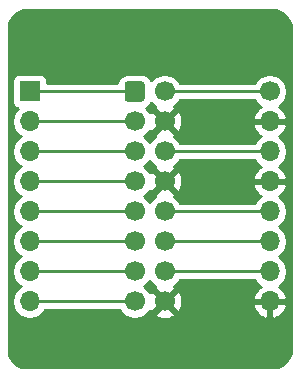
<source format=gbr>
%TF.GenerationSoftware,KiCad,Pcbnew,5.1.10*%
%TF.CreationDate,2021-11-17T23:41:25-05:00*%
%TF.ProjectId,RGB-Breakout,5247422d-4272-4656-916b-6f75742e6b69,rev?*%
%TF.SameCoordinates,Original*%
%TF.FileFunction,Copper,L1,Top*%
%TF.FilePolarity,Positive*%
%FSLAX46Y46*%
G04 Gerber Fmt 4.6, Leading zero omitted, Abs format (unit mm)*
G04 Created by KiCad (PCBNEW 5.1.10) date 2021-11-17 23:41:25*
%MOMM*%
%LPD*%
G01*
G04 APERTURE LIST*
%TA.AperFunction,ComponentPad*%
%ADD10C,1.700000*%
%TD*%
%TA.AperFunction,ComponentPad*%
%ADD11R,1.700000X1.700000*%
%TD*%
%TA.AperFunction,ComponentPad*%
%ADD12O,1.700000X1.700000*%
%TD*%
%TA.AperFunction,Conductor*%
%ADD13C,0.250000*%
%TD*%
%TA.AperFunction,Conductor*%
%ADD14C,0.254000*%
%TD*%
%TA.AperFunction,Conductor*%
%ADD15C,0.100000*%
%TD*%
G04 APERTURE END LIST*
%TO.P,J1,1*%
%TO.N,Net-(J1-Pad1)*%
%TA.AperFunction,ComponentPad*%
G36*
G01*
X129960000Y-90770000D02*
X129960000Y-89570000D01*
G75*
G02*
X130210000Y-89320000I250000J0D01*
G01*
X131410000Y-89320000D01*
G75*
G02*
X131660000Y-89570000I0J-250000D01*
G01*
X131660000Y-90770000D01*
G75*
G02*
X131410000Y-91020000I-250000J0D01*
G01*
X130210000Y-91020000D01*
G75*
G02*
X129960000Y-90770000I0J250000D01*
G01*
G37*
%TD.AperFunction*%
D10*
%TO.P,J1,3*%
%TO.N,Net-(J1-Pad3)*%
X130810000Y-92710000D03*
%TO.P,J1,5*%
%TO.N,Net-(J1-Pad5)*%
X130810000Y-95250000D03*
%TO.P,J1,7*%
%TO.N,Net-(J1-Pad7)*%
X130810000Y-97790000D03*
%TO.P,J1,9*%
%TO.N,Net-(J1-Pad9)*%
X130810000Y-100330000D03*
%TO.P,J1,11*%
%TO.N,Net-(J1-Pad11)*%
X130810000Y-102870000D03*
%TO.P,J1,13*%
%TO.N,Net-(J1-Pad13)*%
X130810000Y-105410000D03*
%TO.P,J1,15*%
%TO.N,Net-(J1-Pad15)*%
X130810000Y-107950000D03*
%TO.P,J1,2*%
%TO.N,Net-(J1-Pad2)*%
X133350000Y-90170000D03*
%TO.P,J1,4*%
%TO.N,GND*%
X133350000Y-92710000D03*
%TO.P,J1,6*%
%TO.N,Net-(J1-Pad6)*%
X133350000Y-95250000D03*
%TO.P,J1,8*%
%TO.N,GND*%
X133350000Y-97790000D03*
%TO.P,J1,10*%
%TO.N,Net-(J1-Pad10)*%
X133350000Y-100330000D03*
%TO.P,J1,12*%
%TO.N,Net-(J1-Pad12)*%
X133350000Y-102870000D03*
%TO.P,J1,14*%
%TO.N,Net-(J1-Pad14)*%
X133350000Y-105410000D03*
%TO.P,J1,16*%
%TO.N,GND*%
X133350000Y-107950000D03*
%TD*%
D11*
%TO.P,J2,1*%
%TO.N,Net-(J1-Pad1)*%
X121920000Y-90170000D03*
D12*
%TO.P,J2,2*%
%TO.N,Net-(J1-Pad3)*%
X121920000Y-92710000D03*
%TO.P,J2,3*%
%TO.N,Net-(J1-Pad5)*%
X121920000Y-95250000D03*
%TO.P,J2,4*%
%TO.N,Net-(J1-Pad7)*%
X121920000Y-97790000D03*
%TO.P,J2,5*%
%TO.N,Net-(J1-Pad9)*%
X121920000Y-100330000D03*
%TO.P,J2,6*%
%TO.N,Net-(J1-Pad11)*%
X121920000Y-102870000D03*
%TO.P,J2,7*%
%TO.N,Net-(J1-Pad13)*%
X121920000Y-105410000D03*
%TO.P,J2,8*%
%TO.N,Net-(J1-Pad15)*%
X121920000Y-107950000D03*
%TD*%
D10*
%TO.P,J3,1*%
%TO.N,Net-(J1-Pad2)*%
X142240000Y-90170000D03*
D12*
%TO.P,J3,2*%
%TO.N,GND*%
X142240000Y-92710000D03*
%TO.P,J3,3*%
%TO.N,Net-(J1-Pad6)*%
X142240000Y-95250000D03*
%TO.P,J3,4*%
%TO.N,GND*%
X142240000Y-97790000D03*
%TO.P,J3,5*%
%TO.N,Net-(J1-Pad10)*%
X142240000Y-100330000D03*
%TO.P,J3,6*%
%TO.N,Net-(J1-Pad12)*%
X142240000Y-102870000D03*
%TO.P,J3,7*%
%TO.N,Net-(J1-Pad14)*%
X142240000Y-105410000D03*
%TO.P,J3,8*%
%TO.N,GND*%
X142240000Y-107950000D03*
%TD*%
D13*
%TO.N,Net-(J1-Pad1)*%
X130810000Y-90170000D02*
X122555000Y-90170000D01*
%TO.N,Net-(J1-Pad3)*%
X122555000Y-92710000D02*
X130810000Y-92710000D01*
%TO.N,Net-(J1-Pad5)*%
X122555000Y-95250000D02*
X130810000Y-95250000D01*
%TO.N,Net-(J1-Pad7)*%
X122555000Y-97790000D02*
X130810000Y-97790000D01*
%TO.N,Net-(J1-Pad9)*%
X122555000Y-100330000D02*
X130810000Y-100330000D01*
%TO.N,Net-(J1-Pad11)*%
X122555000Y-102870000D02*
X130810000Y-102870000D01*
%TO.N,Net-(J1-Pad13)*%
X122555000Y-105410000D02*
X130810000Y-105410000D01*
%TO.N,Net-(J1-Pad15)*%
X122555000Y-107950000D02*
X130810000Y-107950000D01*
%TO.N,Net-(J1-Pad2)*%
X133350000Y-90170000D02*
X142875000Y-90170000D01*
%TO.N,Net-(J1-Pad6)*%
X133350000Y-95250000D02*
X142875000Y-95250000D01*
%TO.N,Net-(J1-Pad10)*%
X133350000Y-100330000D02*
X142875000Y-100330000D01*
%TO.N,Net-(J1-Pad12)*%
X133350000Y-102870000D02*
X142875000Y-102870000D01*
%TO.N,Net-(J1-Pad14)*%
X133350000Y-105410000D02*
X141605000Y-105410000D01*
X141605000Y-105410000D02*
X142875000Y-105410000D01*
%TD*%
D14*
%TO.N,GND*%
X142955208Y-83354780D02*
X143278625Y-83526744D01*
X143562484Y-83758254D01*
X143795965Y-84040486D01*
X143970183Y-84362695D01*
X144018000Y-84517165D01*
X144018000Y-112333512D01*
X143975220Y-112475206D01*
X143803257Y-112798623D01*
X143571748Y-113082482D01*
X143289514Y-113315965D01*
X142967304Y-113490184D01*
X142812835Y-113538000D01*
X121346488Y-113538000D01*
X121204794Y-113495220D01*
X120881377Y-113323257D01*
X120597518Y-113091748D01*
X120364035Y-112809514D01*
X120189816Y-112487304D01*
X120142000Y-112332835D01*
X120142000Y-89320000D01*
X120431928Y-89320000D01*
X120431928Y-91020000D01*
X120444188Y-91144482D01*
X120480498Y-91264180D01*
X120539463Y-91374494D01*
X120618815Y-91471185D01*
X120715506Y-91550537D01*
X120825820Y-91609502D01*
X120898380Y-91631513D01*
X120766525Y-91763368D01*
X120604010Y-92006589D01*
X120492068Y-92276842D01*
X120435000Y-92563740D01*
X120435000Y-92856260D01*
X120492068Y-93143158D01*
X120604010Y-93413411D01*
X120766525Y-93656632D01*
X120973368Y-93863475D01*
X121147760Y-93980000D01*
X120973368Y-94096525D01*
X120766525Y-94303368D01*
X120604010Y-94546589D01*
X120492068Y-94816842D01*
X120435000Y-95103740D01*
X120435000Y-95396260D01*
X120492068Y-95683158D01*
X120604010Y-95953411D01*
X120766525Y-96196632D01*
X120973368Y-96403475D01*
X121147760Y-96520000D01*
X120973368Y-96636525D01*
X120766525Y-96843368D01*
X120604010Y-97086589D01*
X120492068Y-97356842D01*
X120435000Y-97643740D01*
X120435000Y-97936260D01*
X120492068Y-98223158D01*
X120604010Y-98493411D01*
X120766525Y-98736632D01*
X120973368Y-98943475D01*
X121147760Y-99060000D01*
X120973368Y-99176525D01*
X120766525Y-99383368D01*
X120604010Y-99626589D01*
X120492068Y-99896842D01*
X120435000Y-100183740D01*
X120435000Y-100476260D01*
X120492068Y-100763158D01*
X120604010Y-101033411D01*
X120766525Y-101276632D01*
X120973368Y-101483475D01*
X121147760Y-101600000D01*
X120973368Y-101716525D01*
X120766525Y-101923368D01*
X120604010Y-102166589D01*
X120492068Y-102436842D01*
X120435000Y-102723740D01*
X120435000Y-103016260D01*
X120492068Y-103303158D01*
X120604010Y-103573411D01*
X120766525Y-103816632D01*
X120973368Y-104023475D01*
X121147760Y-104140000D01*
X120973368Y-104256525D01*
X120766525Y-104463368D01*
X120604010Y-104706589D01*
X120492068Y-104976842D01*
X120435000Y-105263740D01*
X120435000Y-105556260D01*
X120492068Y-105843158D01*
X120604010Y-106113411D01*
X120766525Y-106356632D01*
X120973368Y-106563475D01*
X121147760Y-106680000D01*
X120973368Y-106796525D01*
X120766525Y-107003368D01*
X120604010Y-107246589D01*
X120492068Y-107516842D01*
X120435000Y-107803740D01*
X120435000Y-108096260D01*
X120492068Y-108383158D01*
X120604010Y-108653411D01*
X120766525Y-108896632D01*
X120973368Y-109103475D01*
X121216589Y-109265990D01*
X121486842Y-109377932D01*
X121773740Y-109435000D01*
X122066260Y-109435000D01*
X122353158Y-109377932D01*
X122623411Y-109265990D01*
X122866632Y-109103475D01*
X123073475Y-108896632D01*
X123198178Y-108710000D01*
X129531822Y-108710000D01*
X129656525Y-108896632D01*
X129863368Y-109103475D01*
X130106589Y-109265990D01*
X130376842Y-109377932D01*
X130663740Y-109435000D01*
X130956260Y-109435000D01*
X131243158Y-109377932D01*
X131513411Y-109265990D01*
X131756632Y-109103475D01*
X131881710Y-108978397D01*
X132501208Y-108978397D01*
X132578843Y-109227472D01*
X132842883Y-109353371D01*
X133126411Y-109425339D01*
X133418531Y-109440611D01*
X133708019Y-109398599D01*
X133983747Y-109300919D01*
X134121157Y-109227472D01*
X134198792Y-108978397D01*
X133350000Y-108129605D01*
X132501208Y-108978397D01*
X131881710Y-108978397D01*
X131963475Y-108896632D01*
X132079311Y-108723271D01*
X132321603Y-108798792D01*
X133170395Y-107950000D01*
X133529605Y-107950000D01*
X134378397Y-108798792D01*
X134627472Y-108721157D01*
X134753371Y-108457117D01*
X134791503Y-108306890D01*
X140798524Y-108306890D01*
X140843175Y-108454099D01*
X140968359Y-108716920D01*
X141142412Y-108950269D01*
X141358645Y-109145178D01*
X141608748Y-109294157D01*
X141883109Y-109391481D01*
X142113000Y-109270814D01*
X142113000Y-108077000D01*
X142367000Y-108077000D01*
X142367000Y-109270814D01*
X142596891Y-109391481D01*
X142871252Y-109294157D01*
X143121355Y-109145178D01*
X143337588Y-108950269D01*
X143511641Y-108716920D01*
X143636825Y-108454099D01*
X143681476Y-108306890D01*
X143560155Y-108077000D01*
X142367000Y-108077000D01*
X142113000Y-108077000D01*
X140919845Y-108077000D01*
X140798524Y-108306890D01*
X134791503Y-108306890D01*
X134825339Y-108173589D01*
X134840611Y-107881469D01*
X134798599Y-107591981D01*
X134700919Y-107316253D01*
X134627472Y-107178843D01*
X134378397Y-107101208D01*
X133529605Y-107950000D01*
X133170395Y-107950000D01*
X132321603Y-107101208D01*
X132079311Y-107176729D01*
X131963475Y-107003368D01*
X131756632Y-106796525D01*
X131582240Y-106680000D01*
X131756632Y-106563475D01*
X131963475Y-106356632D01*
X132080000Y-106182240D01*
X132196525Y-106356632D01*
X132403368Y-106563475D01*
X132576729Y-106679311D01*
X132501208Y-106921603D01*
X133350000Y-107770395D01*
X134198792Y-106921603D01*
X134123271Y-106679311D01*
X134296632Y-106563475D01*
X134503475Y-106356632D01*
X134628178Y-106170000D01*
X140961822Y-106170000D01*
X141086525Y-106356632D01*
X141293368Y-106563475D01*
X141475534Y-106685195D01*
X141358645Y-106754822D01*
X141142412Y-106949731D01*
X140968359Y-107183080D01*
X140843175Y-107445901D01*
X140798524Y-107593110D01*
X140919845Y-107823000D01*
X142113000Y-107823000D01*
X142113000Y-107803000D01*
X142367000Y-107803000D01*
X142367000Y-107823000D01*
X143560155Y-107823000D01*
X143681476Y-107593110D01*
X143636825Y-107445901D01*
X143511641Y-107183080D01*
X143337588Y-106949731D01*
X143121355Y-106754822D01*
X143004466Y-106685195D01*
X143186632Y-106563475D01*
X143393475Y-106356632D01*
X143555990Y-106113411D01*
X143667932Y-105843158D01*
X143725000Y-105556260D01*
X143725000Y-105263740D01*
X143667932Y-104976842D01*
X143555990Y-104706589D01*
X143393475Y-104463368D01*
X143186632Y-104256525D01*
X143012240Y-104140000D01*
X143186632Y-104023475D01*
X143393475Y-103816632D01*
X143555990Y-103573411D01*
X143667932Y-103303158D01*
X143725000Y-103016260D01*
X143725000Y-102723740D01*
X143667932Y-102436842D01*
X143555990Y-102166589D01*
X143393475Y-101923368D01*
X143186632Y-101716525D01*
X143012240Y-101600000D01*
X143186632Y-101483475D01*
X143393475Y-101276632D01*
X143555990Y-101033411D01*
X143667932Y-100763158D01*
X143725000Y-100476260D01*
X143725000Y-100183740D01*
X143667932Y-99896842D01*
X143555990Y-99626589D01*
X143393475Y-99383368D01*
X143186632Y-99176525D01*
X143004466Y-99054805D01*
X143121355Y-98985178D01*
X143337588Y-98790269D01*
X143511641Y-98556920D01*
X143636825Y-98294099D01*
X143681476Y-98146890D01*
X143560155Y-97917000D01*
X142367000Y-97917000D01*
X142367000Y-97937000D01*
X142113000Y-97937000D01*
X142113000Y-97917000D01*
X140919845Y-97917000D01*
X140798524Y-98146890D01*
X140843175Y-98294099D01*
X140968359Y-98556920D01*
X141142412Y-98790269D01*
X141358645Y-98985178D01*
X141475534Y-99054805D01*
X141293368Y-99176525D01*
X141086525Y-99383368D01*
X140961822Y-99570000D01*
X134628178Y-99570000D01*
X134503475Y-99383368D01*
X134296632Y-99176525D01*
X134123271Y-99060689D01*
X134198792Y-98818397D01*
X133350000Y-97969605D01*
X132501208Y-98818397D01*
X132576729Y-99060689D01*
X132403368Y-99176525D01*
X132196525Y-99383368D01*
X132080000Y-99557760D01*
X131963475Y-99383368D01*
X131756632Y-99176525D01*
X131582240Y-99060000D01*
X131756632Y-98943475D01*
X131963475Y-98736632D01*
X132079311Y-98563271D01*
X132321603Y-98638792D01*
X133170395Y-97790000D01*
X133529605Y-97790000D01*
X134378397Y-98638792D01*
X134627472Y-98561157D01*
X134753371Y-98297117D01*
X134825339Y-98013589D01*
X134840611Y-97721469D01*
X134798599Y-97431981D01*
X134700919Y-97156253D01*
X134627472Y-97018843D01*
X134378397Y-96941208D01*
X133529605Y-97790000D01*
X133170395Y-97790000D01*
X132321603Y-96941208D01*
X132079311Y-97016729D01*
X131963475Y-96843368D01*
X131756632Y-96636525D01*
X131582240Y-96520000D01*
X131756632Y-96403475D01*
X131963475Y-96196632D01*
X132080000Y-96022240D01*
X132196525Y-96196632D01*
X132403368Y-96403475D01*
X132576729Y-96519311D01*
X132501208Y-96761603D01*
X133350000Y-97610395D01*
X134198792Y-96761603D01*
X134123271Y-96519311D01*
X134296632Y-96403475D01*
X134503475Y-96196632D01*
X134628178Y-96010000D01*
X140961822Y-96010000D01*
X141086525Y-96196632D01*
X141293368Y-96403475D01*
X141475534Y-96525195D01*
X141358645Y-96594822D01*
X141142412Y-96789731D01*
X140968359Y-97023080D01*
X140843175Y-97285901D01*
X140798524Y-97433110D01*
X140919845Y-97663000D01*
X142113000Y-97663000D01*
X142113000Y-97643000D01*
X142367000Y-97643000D01*
X142367000Y-97663000D01*
X143560155Y-97663000D01*
X143681476Y-97433110D01*
X143636825Y-97285901D01*
X143511641Y-97023080D01*
X143337588Y-96789731D01*
X143121355Y-96594822D01*
X143004466Y-96525195D01*
X143186632Y-96403475D01*
X143393475Y-96196632D01*
X143555990Y-95953411D01*
X143667932Y-95683158D01*
X143725000Y-95396260D01*
X143725000Y-95103740D01*
X143667932Y-94816842D01*
X143555990Y-94546589D01*
X143393475Y-94303368D01*
X143186632Y-94096525D01*
X143004466Y-93974805D01*
X143121355Y-93905178D01*
X143337588Y-93710269D01*
X143511641Y-93476920D01*
X143636825Y-93214099D01*
X143681476Y-93066890D01*
X143560155Y-92837000D01*
X142367000Y-92837000D01*
X142367000Y-92857000D01*
X142113000Y-92857000D01*
X142113000Y-92837000D01*
X140919845Y-92837000D01*
X140798524Y-93066890D01*
X140843175Y-93214099D01*
X140968359Y-93476920D01*
X141142412Y-93710269D01*
X141358645Y-93905178D01*
X141475534Y-93974805D01*
X141293368Y-94096525D01*
X141086525Y-94303368D01*
X140961822Y-94490000D01*
X134628178Y-94490000D01*
X134503475Y-94303368D01*
X134296632Y-94096525D01*
X134123271Y-93980689D01*
X134198792Y-93738397D01*
X133350000Y-92889605D01*
X132501208Y-93738397D01*
X132576729Y-93980689D01*
X132403368Y-94096525D01*
X132196525Y-94303368D01*
X132080000Y-94477760D01*
X131963475Y-94303368D01*
X131756632Y-94096525D01*
X131582240Y-93980000D01*
X131756632Y-93863475D01*
X131963475Y-93656632D01*
X132079311Y-93483271D01*
X132321603Y-93558792D01*
X133170395Y-92710000D01*
X133529605Y-92710000D01*
X134378397Y-93558792D01*
X134627472Y-93481157D01*
X134753371Y-93217117D01*
X134825339Y-92933589D01*
X134840611Y-92641469D01*
X134798599Y-92351981D01*
X134700919Y-92076253D01*
X134627472Y-91938843D01*
X134378397Y-91861208D01*
X133529605Y-92710000D01*
X133170395Y-92710000D01*
X132321603Y-91861208D01*
X132079311Y-91936729D01*
X131963475Y-91763368D01*
X131776392Y-91576285D01*
X131903386Y-91508405D01*
X132037962Y-91397962D01*
X132148405Y-91263386D01*
X132216285Y-91136392D01*
X132403368Y-91323475D01*
X132576729Y-91439311D01*
X132501208Y-91681603D01*
X133350000Y-92530395D01*
X134198792Y-91681603D01*
X134123271Y-91439311D01*
X134296632Y-91323475D01*
X134503475Y-91116632D01*
X134628178Y-90930000D01*
X140961822Y-90930000D01*
X141086525Y-91116632D01*
X141293368Y-91323475D01*
X141475534Y-91445195D01*
X141358645Y-91514822D01*
X141142412Y-91709731D01*
X140968359Y-91943080D01*
X140843175Y-92205901D01*
X140798524Y-92353110D01*
X140919845Y-92583000D01*
X142113000Y-92583000D01*
X142113000Y-92563000D01*
X142367000Y-92563000D01*
X142367000Y-92583000D01*
X143560155Y-92583000D01*
X143681476Y-92353110D01*
X143636825Y-92205901D01*
X143511641Y-91943080D01*
X143337588Y-91709731D01*
X143121355Y-91514822D01*
X143004466Y-91445195D01*
X143186632Y-91323475D01*
X143393475Y-91116632D01*
X143555990Y-90873411D01*
X143667932Y-90603158D01*
X143725000Y-90316260D01*
X143725000Y-90023740D01*
X143667932Y-89736842D01*
X143555990Y-89466589D01*
X143393475Y-89223368D01*
X143186632Y-89016525D01*
X142943411Y-88854010D01*
X142673158Y-88742068D01*
X142386260Y-88685000D01*
X142093740Y-88685000D01*
X141806842Y-88742068D01*
X141536589Y-88854010D01*
X141293368Y-89016525D01*
X141086525Y-89223368D01*
X140961822Y-89410000D01*
X134628178Y-89410000D01*
X134503475Y-89223368D01*
X134296632Y-89016525D01*
X134053411Y-88854010D01*
X133783158Y-88742068D01*
X133496260Y-88685000D01*
X133203740Y-88685000D01*
X132916842Y-88742068D01*
X132646589Y-88854010D01*
X132403368Y-89016525D01*
X132216285Y-89203608D01*
X132148405Y-89076614D01*
X132037962Y-88942038D01*
X131903386Y-88831595D01*
X131749850Y-88749528D01*
X131583254Y-88698992D01*
X131410000Y-88681928D01*
X130210000Y-88681928D01*
X130036746Y-88698992D01*
X129870150Y-88749528D01*
X129716614Y-88831595D01*
X129582038Y-88942038D01*
X129471595Y-89076614D01*
X129389528Y-89230150D01*
X129338992Y-89396746D01*
X129337687Y-89410000D01*
X123408072Y-89410000D01*
X123408072Y-89320000D01*
X123395812Y-89195518D01*
X123359502Y-89075820D01*
X123300537Y-88965506D01*
X123221185Y-88868815D01*
X123124494Y-88789463D01*
X123014180Y-88730498D01*
X122894482Y-88694188D01*
X122770000Y-88681928D01*
X121070000Y-88681928D01*
X120945518Y-88694188D01*
X120825820Y-88730498D01*
X120715506Y-88789463D01*
X120618815Y-88868815D01*
X120539463Y-88965506D01*
X120480498Y-89075820D01*
X120444188Y-89195518D01*
X120431928Y-89320000D01*
X120142000Y-89320000D01*
X120142000Y-84516487D01*
X120184780Y-84374792D01*
X120356744Y-84051375D01*
X120588254Y-83767516D01*
X120870486Y-83534035D01*
X121192695Y-83359817D01*
X121347165Y-83312000D01*
X142813513Y-83312000D01*
X142955208Y-83354780D01*
%TA.AperFunction,Conductor*%
D15*
G36*
X142955208Y-83354780D02*
G01*
X143278625Y-83526744D01*
X143562484Y-83758254D01*
X143795965Y-84040486D01*
X143970183Y-84362695D01*
X144018000Y-84517165D01*
X144018000Y-112333512D01*
X143975220Y-112475206D01*
X143803257Y-112798623D01*
X143571748Y-113082482D01*
X143289514Y-113315965D01*
X142967304Y-113490184D01*
X142812835Y-113538000D01*
X121346488Y-113538000D01*
X121204794Y-113495220D01*
X120881377Y-113323257D01*
X120597518Y-113091748D01*
X120364035Y-112809514D01*
X120189816Y-112487304D01*
X120142000Y-112332835D01*
X120142000Y-89320000D01*
X120431928Y-89320000D01*
X120431928Y-91020000D01*
X120444188Y-91144482D01*
X120480498Y-91264180D01*
X120539463Y-91374494D01*
X120618815Y-91471185D01*
X120715506Y-91550537D01*
X120825820Y-91609502D01*
X120898380Y-91631513D01*
X120766525Y-91763368D01*
X120604010Y-92006589D01*
X120492068Y-92276842D01*
X120435000Y-92563740D01*
X120435000Y-92856260D01*
X120492068Y-93143158D01*
X120604010Y-93413411D01*
X120766525Y-93656632D01*
X120973368Y-93863475D01*
X121147760Y-93980000D01*
X120973368Y-94096525D01*
X120766525Y-94303368D01*
X120604010Y-94546589D01*
X120492068Y-94816842D01*
X120435000Y-95103740D01*
X120435000Y-95396260D01*
X120492068Y-95683158D01*
X120604010Y-95953411D01*
X120766525Y-96196632D01*
X120973368Y-96403475D01*
X121147760Y-96520000D01*
X120973368Y-96636525D01*
X120766525Y-96843368D01*
X120604010Y-97086589D01*
X120492068Y-97356842D01*
X120435000Y-97643740D01*
X120435000Y-97936260D01*
X120492068Y-98223158D01*
X120604010Y-98493411D01*
X120766525Y-98736632D01*
X120973368Y-98943475D01*
X121147760Y-99060000D01*
X120973368Y-99176525D01*
X120766525Y-99383368D01*
X120604010Y-99626589D01*
X120492068Y-99896842D01*
X120435000Y-100183740D01*
X120435000Y-100476260D01*
X120492068Y-100763158D01*
X120604010Y-101033411D01*
X120766525Y-101276632D01*
X120973368Y-101483475D01*
X121147760Y-101600000D01*
X120973368Y-101716525D01*
X120766525Y-101923368D01*
X120604010Y-102166589D01*
X120492068Y-102436842D01*
X120435000Y-102723740D01*
X120435000Y-103016260D01*
X120492068Y-103303158D01*
X120604010Y-103573411D01*
X120766525Y-103816632D01*
X120973368Y-104023475D01*
X121147760Y-104140000D01*
X120973368Y-104256525D01*
X120766525Y-104463368D01*
X120604010Y-104706589D01*
X120492068Y-104976842D01*
X120435000Y-105263740D01*
X120435000Y-105556260D01*
X120492068Y-105843158D01*
X120604010Y-106113411D01*
X120766525Y-106356632D01*
X120973368Y-106563475D01*
X121147760Y-106680000D01*
X120973368Y-106796525D01*
X120766525Y-107003368D01*
X120604010Y-107246589D01*
X120492068Y-107516842D01*
X120435000Y-107803740D01*
X120435000Y-108096260D01*
X120492068Y-108383158D01*
X120604010Y-108653411D01*
X120766525Y-108896632D01*
X120973368Y-109103475D01*
X121216589Y-109265990D01*
X121486842Y-109377932D01*
X121773740Y-109435000D01*
X122066260Y-109435000D01*
X122353158Y-109377932D01*
X122623411Y-109265990D01*
X122866632Y-109103475D01*
X123073475Y-108896632D01*
X123198178Y-108710000D01*
X129531822Y-108710000D01*
X129656525Y-108896632D01*
X129863368Y-109103475D01*
X130106589Y-109265990D01*
X130376842Y-109377932D01*
X130663740Y-109435000D01*
X130956260Y-109435000D01*
X131243158Y-109377932D01*
X131513411Y-109265990D01*
X131756632Y-109103475D01*
X131881710Y-108978397D01*
X132501208Y-108978397D01*
X132578843Y-109227472D01*
X132842883Y-109353371D01*
X133126411Y-109425339D01*
X133418531Y-109440611D01*
X133708019Y-109398599D01*
X133983747Y-109300919D01*
X134121157Y-109227472D01*
X134198792Y-108978397D01*
X133350000Y-108129605D01*
X132501208Y-108978397D01*
X131881710Y-108978397D01*
X131963475Y-108896632D01*
X132079311Y-108723271D01*
X132321603Y-108798792D01*
X133170395Y-107950000D01*
X133529605Y-107950000D01*
X134378397Y-108798792D01*
X134627472Y-108721157D01*
X134753371Y-108457117D01*
X134791503Y-108306890D01*
X140798524Y-108306890D01*
X140843175Y-108454099D01*
X140968359Y-108716920D01*
X141142412Y-108950269D01*
X141358645Y-109145178D01*
X141608748Y-109294157D01*
X141883109Y-109391481D01*
X142113000Y-109270814D01*
X142113000Y-108077000D01*
X142367000Y-108077000D01*
X142367000Y-109270814D01*
X142596891Y-109391481D01*
X142871252Y-109294157D01*
X143121355Y-109145178D01*
X143337588Y-108950269D01*
X143511641Y-108716920D01*
X143636825Y-108454099D01*
X143681476Y-108306890D01*
X143560155Y-108077000D01*
X142367000Y-108077000D01*
X142113000Y-108077000D01*
X140919845Y-108077000D01*
X140798524Y-108306890D01*
X134791503Y-108306890D01*
X134825339Y-108173589D01*
X134840611Y-107881469D01*
X134798599Y-107591981D01*
X134700919Y-107316253D01*
X134627472Y-107178843D01*
X134378397Y-107101208D01*
X133529605Y-107950000D01*
X133170395Y-107950000D01*
X132321603Y-107101208D01*
X132079311Y-107176729D01*
X131963475Y-107003368D01*
X131756632Y-106796525D01*
X131582240Y-106680000D01*
X131756632Y-106563475D01*
X131963475Y-106356632D01*
X132080000Y-106182240D01*
X132196525Y-106356632D01*
X132403368Y-106563475D01*
X132576729Y-106679311D01*
X132501208Y-106921603D01*
X133350000Y-107770395D01*
X134198792Y-106921603D01*
X134123271Y-106679311D01*
X134296632Y-106563475D01*
X134503475Y-106356632D01*
X134628178Y-106170000D01*
X140961822Y-106170000D01*
X141086525Y-106356632D01*
X141293368Y-106563475D01*
X141475534Y-106685195D01*
X141358645Y-106754822D01*
X141142412Y-106949731D01*
X140968359Y-107183080D01*
X140843175Y-107445901D01*
X140798524Y-107593110D01*
X140919845Y-107823000D01*
X142113000Y-107823000D01*
X142113000Y-107803000D01*
X142367000Y-107803000D01*
X142367000Y-107823000D01*
X143560155Y-107823000D01*
X143681476Y-107593110D01*
X143636825Y-107445901D01*
X143511641Y-107183080D01*
X143337588Y-106949731D01*
X143121355Y-106754822D01*
X143004466Y-106685195D01*
X143186632Y-106563475D01*
X143393475Y-106356632D01*
X143555990Y-106113411D01*
X143667932Y-105843158D01*
X143725000Y-105556260D01*
X143725000Y-105263740D01*
X143667932Y-104976842D01*
X143555990Y-104706589D01*
X143393475Y-104463368D01*
X143186632Y-104256525D01*
X143012240Y-104140000D01*
X143186632Y-104023475D01*
X143393475Y-103816632D01*
X143555990Y-103573411D01*
X143667932Y-103303158D01*
X143725000Y-103016260D01*
X143725000Y-102723740D01*
X143667932Y-102436842D01*
X143555990Y-102166589D01*
X143393475Y-101923368D01*
X143186632Y-101716525D01*
X143012240Y-101600000D01*
X143186632Y-101483475D01*
X143393475Y-101276632D01*
X143555990Y-101033411D01*
X143667932Y-100763158D01*
X143725000Y-100476260D01*
X143725000Y-100183740D01*
X143667932Y-99896842D01*
X143555990Y-99626589D01*
X143393475Y-99383368D01*
X143186632Y-99176525D01*
X143004466Y-99054805D01*
X143121355Y-98985178D01*
X143337588Y-98790269D01*
X143511641Y-98556920D01*
X143636825Y-98294099D01*
X143681476Y-98146890D01*
X143560155Y-97917000D01*
X142367000Y-97917000D01*
X142367000Y-97937000D01*
X142113000Y-97937000D01*
X142113000Y-97917000D01*
X140919845Y-97917000D01*
X140798524Y-98146890D01*
X140843175Y-98294099D01*
X140968359Y-98556920D01*
X141142412Y-98790269D01*
X141358645Y-98985178D01*
X141475534Y-99054805D01*
X141293368Y-99176525D01*
X141086525Y-99383368D01*
X140961822Y-99570000D01*
X134628178Y-99570000D01*
X134503475Y-99383368D01*
X134296632Y-99176525D01*
X134123271Y-99060689D01*
X134198792Y-98818397D01*
X133350000Y-97969605D01*
X132501208Y-98818397D01*
X132576729Y-99060689D01*
X132403368Y-99176525D01*
X132196525Y-99383368D01*
X132080000Y-99557760D01*
X131963475Y-99383368D01*
X131756632Y-99176525D01*
X131582240Y-99060000D01*
X131756632Y-98943475D01*
X131963475Y-98736632D01*
X132079311Y-98563271D01*
X132321603Y-98638792D01*
X133170395Y-97790000D01*
X133529605Y-97790000D01*
X134378397Y-98638792D01*
X134627472Y-98561157D01*
X134753371Y-98297117D01*
X134825339Y-98013589D01*
X134840611Y-97721469D01*
X134798599Y-97431981D01*
X134700919Y-97156253D01*
X134627472Y-97018843D01*
X134378397Y-96941208D01*
X133529605Y-97790000D01*
X133170395Y-97790000D01*
X132321603Y-96941208D01*
X132079311Y-97016729D01*
X131963475Y-96843368D01*
X131756632Y-96636525D01*
X131582240Y-96520000D01*
X131756632Y-96403475D01*
X131963475Y-96196632D01*
X132080000Y-96022240D01*
X132196525Y-96196632D01*
X132403368Y-96403475D01*
X132576729Y-96519311D01*
X132501208Y-96761603D01*
X133350000Y-97610395D01*
X134198792Y-96761603D01*
X134123271Y-96519311D01*
X134296632Y-96403475D01*
X134503475Y-96196632D01*
X134628178Y-96010000D01*
X140961822Y-96010000D01*
X141086525Y-96196632D01*
X141293368Y-96403475D01*
X141475534Y-96525195D01*
X141358645Y-96594822D01*
X141142412Y-96789731D01*
X140968359Y-97023080D01*
X140843175Y-97285901D01*
X140798524Y-97433110D01*
X140919845Y-97663000D01*
X142113000Y-97663000D01*
X142113000Y-97643000D01*
X142367000Y-97643000D01*
X142367000Y-97663000D01*
X143560155Y-97663000D01*
X143681476Y-97433110D01*
X143636825Y-97285901D01*
X143511641Y-97023080D01*
X143337588Y-96789731D01*
X143121355Y-96594822D01*
X143004466Y-96525195D01*
X143186632Y-96403475D01*
X143393475Y-96196632D01*
X143555990Y-95953411D01*
X143667932Y-95683158D01*
X143725000Y-95396260D01*
X143725000Y-95103740D01*
X143667932Y-94816842D01*
X143555990Y-94546589D01*
X143393475Y-94303368D01*
X143186632Y-94096525D01*
X143004466Y-93974805D01*
X143121355Y-93905178D01*
X143337588Y-93710269D01*
X143511641Y-93476920D01*
X143636825Y-93214099D01*
X143681476Y-93066890D01*
X143560155Y-92837000D01*
X142367000Y-92837000D01*
X142367000Y-92857000D01*
X142113000Y-92857000D01*
X142113000Y-92837000D01*
X140919845Y-92837000D01*
X140798524Y-93066890D01*
X140843175Y-93214099D01*
X140968359Y-93476920D01*
X141142412Y-93710269D01*
X141358645Y-93905178D01*
X141475534Y-93974805D01*
X141293368Y-94096525D01*
X141086525Y-94303368D01*
X140961822Y-94490000D01*
X134628178Y-94490000D01*
X134503475Y-94303368D01*
X134296632Y-94096525D01*
X134123271Y-93980689D01*
X134198792Y-93738397D01*
X133350000Y-92889605D01*
X132501208Y-93738397D01*
X132576729Y-93980689D01*
X132403368Y-94096525D01*
X132196525Y-94303368D01*
X132080000Y-94477760D01*
X131963475Y-94303368D01*
X131756632Y-94096525D01*
X131582240Y-93980000D01*
X131756632Y-93863475D01*
X131963475Y-93656632D01*
X132079311Y-93483271D01*
X132321603Y-93558792D01*
X133170395Y-92710000D01*
X133529605Y-92710000D01*
X134378397Y-93558792D01*
X134627472Y-93481157D01*
X134753371Y-93217117D01*
X134825339Y-92933589D01*
X134840611Y-92641469D01*
X134798599Y-92351981D01*
X134700919Y-92076253D01*
X134627472Y-91938843D01*
X134378397Y-91861208D01*
X133529605Y-92710000D01*
X133170395Y-92710000D01*
X132321603Y-91861208D01*
X132079311Y-91936729D01*
X131963475Y-91763368D01*
X131776392Y-91576285D01*
X131903386Y-91508405D01*
X132037962Y-91397962D01*
X132148405Y-91263386D01*
X132216285Y-91136392D01*
X132403368Y-91323475D01*
X132576729Y-91439311D01*
X132501208Y-91681603D01*
X133350000Y-92530395D01*
X134198792Y-91681603D01*
X134123271Y-91439311D01*
X134296632Y-91323475D01*
X134503475Y-91116632D01*
X134628178Y-90930000D01*
X140961822Y-90930000D01*
X141086525Y-91116632D01*
X141293368Y-91323475D01*
X141475534Y-91445195D01*
X141358645Y-91514822D01*
X141142412Y-91709731D01*
X140968359Y-91943080D01*
X140843175Y-92205901D01*
X140798524Y-92353110D01*
X140919845Y-92583000D01*
X142113000Y-92583000D01*
X142113000Y-92563000D01*
X142367000Y-92563000D01*
X142367000Y-92583000D01*
X143560155Y-92583000D01*
X143681476Y-92353110D01*
X143636825Y-92205901D01*
X143511641Y-91943080D01*
X143337588Y-91709731D01*
X143121355Y-91514822D01*
X143004466Y-91445195D01*
X143186632Y-91323475D01*
X143393475Y-91116632D01*
X143555990Y-90873411D01*
X143667932Y-90603158D01*
X143725000Y-90316260D01*
X143725000Y-90023740D01*
X143667932Y-89736842D01*
X143555990Y-89466589D01*
X143393475Y-89223368D01*
X143186632Y-89016525D01*
X142943411Y-88854010D01*
X142673158Y-88742068D01*
X142386260Y-88685000D01*
X142093740Y-88685000D01*
X141806842Y-88742068D01*
X141536589Y-88854010D01*
X141293368Y-89016525D01*
X141086525Y-89223368D01*
X140961822Y-89410000D01*
X134628178Y-89410000D01*
X134503475Y-89223368D01*
X134296632Y-89016525D01*
X134053411Y-88854010D01*
X133783158Y-88742068D01*
X133496260Y-88685000D01*
X133203740Y-88685000D01*
X132916842Y-88742068D01*
X132646589Y-88854010D01*
X132403368Y-89016525D01*
X132216285Y-89203608D01*
X132148405Y-89076614D01*
X132037962Y-88942038D01*
X131903386Y-88831595D01*
X131749850Y-88749528D01*
X131583254Y-88698992D01*
X131410000Y-88681928D01*
X130210000Y-88681928D01*
X130036746Y-88698992D01*
X129870150Y-88749528D01*
X129716614Y-88831595D01*
X129582038Y-88942038D01*
X129471595Y-89076614D01*
X129389528Y-89230150D01*
X129338992Y-89396746D01*
X129337687Y-89410000D01*
X123408072Y-89410000D01*
X123408072Y-89320000D01*
X123395812Y-89195518D01*
X123359502Y-89075820D01*
X123300537Y-88965506D01*
X123221185Y-88868815D01*
X123124494Y-88789463D01*
X123014180Y-88730498D01*
X122894482Y-88694188D01*
X122770000Y-88681928D01*
X121070000Y-88681928D01*
X120945518Y-88694188D01*
X120825820Y-88730498D01*
X120715506Y-88789463D01*
X120618815Y-88868815D01*
X120539463Y-88965506D01*
X120480498Y-89075820D01*
X120444188Y-89195518D01*
X120431928Y-89320000D01*
X120142000Y-89320000D01*
X120142000Y-84516487D01*
X120184780Y-84374792D01*
X120356744Y-84051375D01*
X120588254Y-83767516D01*
X120870486Y-83534035D01*
X121192695Y-83359817D01*
X121347165Y-83312000D01*
X142813513Y-83312000D01*
X142955208Y-83354780D01*
G37*
%TD.AperFunction*%
%TD*%
M02*

</source>
